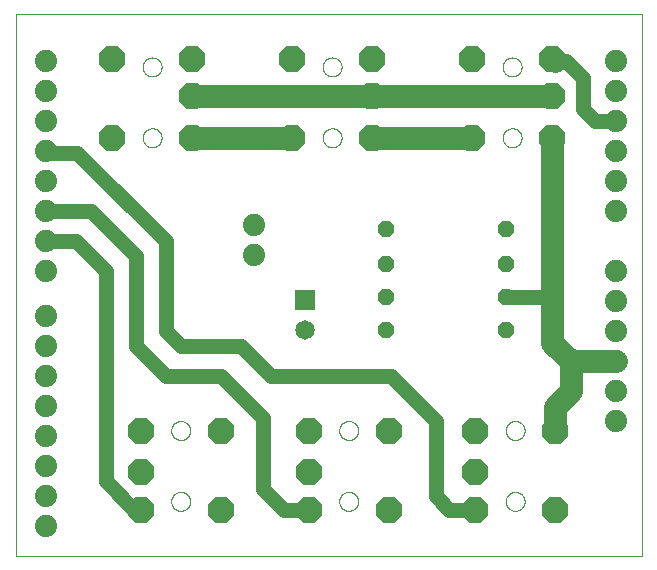
<source format=gtl>
G75*
%MOIN*%
%OFA0B0*%
%FSLAX25Y25*%
%IPPOS*%
%LPD*%
%AMOC8*
5,1,8,0,0,1.08239X$1,22.5*
%
%ADD10C,0.00000*%
%ADD11OC8,0.08858*%
%ADD12C,0.07400*%
%ADD13OC8,0.05600*%
%ADD14R,0.06500X0.06500*%
%ADD15C,0.06500*%
%ADD16C,0.07600*%
%ADD17C,0.05000*%
D10*
X0005000Y0039433D02*
X0005000Y0220394D01*
X0213701Y0220394D01*
X0213701Y0039433D01*
X0005000Y0039433D01*
X0056850Y0057776D02*
X0056852Y0057888D01*
X0056858Y0057999D01*
X0056868Y0058111D01*
X0056882Y0058222D01*
X0056899Y0058332D01*
X0056921Y0058442D01*
X0056947Y0058551D01*
X0056976Y0058659D01*
X0057009Y0058765D01*
X0057046Y0058871D01*
X0057087Y0058975D01*
X0057132Y0059078D01*
X0057180Y0059179D01*
X0057231Y0059278D01*
X0057286Y0059375D01*
X0057345Y0059470D01*
X0057406Y0059564D01*
X0057471Y0059655D01*
X0057540Y0059743D01*
X0057611Y0059829D01*
X0057685Y0059913D01*
X0057763Y0059993D01*
X0057843Y0060071D01*
X0057926Y0060147D01*
X0058011Y0060219D01*
X0058099Y0060288D01*
X0058189Y0060354D01*
X0058282Y0060416D01*
X0058377Y0060476D01*
X0058474Y0060532D01*
X0058572Y0060584D01*
X0058673Y0060633D01*
X0058775Y0060678D01*
X0058879Y0060720D01*
X0058984Y0060758D01*
X0059091Y0060792D01*
X0059198Y0060822D01*
X0059307Y0060849D01*
X0059416Y0060871D01*
X0059527Y0060890D01*
X0059637Y0060905D01*
X0059749Y0060916D01*
X0059860Y0060923D01*
X0059972Y0060926D01*
X0060084Y0060925D01*
X0060196Y0060920D01*
X0060307Y0060911D01*
X0060418Y0060898D01*
X0060529Y0060881D01*
X0060639Y0060861D01*
X0060748Y0060836D01*
X0060856Y0060808D01*
X0060963Y0060775D01*
X0061069Y0060739D01*
X0061173Y0060699D01*
X0061276Y0060656D01*
X0061378Y0060609D01*
X0061477Y0060558D01*
X0061575Y0060504D01*
X0061671Y0060446D01*
X0061765Y0060385D01*
X0061856Y0060321D01*
X0061945Y0060254D01*
X0062032Y0060183D01*
X0062116Y0060109D01*
X0062198Y0060033D01*
X0062276Y0059953D01*
X0062352Y0059871D01*
X0062425Y0059786D01*
X0062495Y0059699D01*
X0062561Y0059609D01*
X0062625Y0059517D01*
X0062685Y0059423D01*
X0062742Y0059327D01*
X0062795Y0059228D01*
X0062845Y0059128D01*
X0062891Y0059027D01*
X0062934Y0058923D01*
X0062973Y0058818D01*
X0063008Y0058712D01*
X0063039Y0058605D01*
X0063067Y0058496D01*
X0063090Y0058387D01*
X0063110Y0058277D01*
X0063126Y0058166D01*
X0063138Y0058055D01*
X0063146Y0057944D01*
X0063150Y0057832D01*
X0063150Y0057720D01*
X0063146Y0057608D01*
X0063138Y0057497D01*
X0063126Y0057386D01*
X0063110Y0057275D01*
X0063090Y0057165D01*
X0063067Y0057056D01*
X0063039Y0056947D01*
X0063008Y0056840D01*
X0062973Y0056734D01*
X0062934Y0056629D01*
X0062891Y0056525D01*
X0062845Y0056424D01*
X0062795Y0056324D01*
X0062742Y0056225D01*
X0062685Y0056129D01*
X0062625Y0056035D01*
X0062561Y0055943D01*
X0062495Y0055853D01*
X0062425Y0055766D01*
X0062352Y0055681D01*
X0062276Y0055599D01*
X0062198Y0055519D01*
X0062116Y0055443D01*
X0062032Y0055369D01*
X0061945Y0055298D01*
X0061856Y0055231D01*
X0061765Y0055167D01*
X0061671Y0055106D01*
X0061575Y0055048D01*
X0061477Y0054994D01*
X0061378Y0054943D01*
X0061276Y0054896D01*
X0061173Y0054853D01*
X0061069Y0054813D01*
X0060963Y0054777D01*
X0060856Y0054744D01*
X0060748Y0054716D01*
X0060639Y0054691D01*
X0060529Y0054671D01*
X0060418Y0054654D01*
X0060307Y0054641D01*
X0060196Y0054632D01*
X0060084Y0054627D01*
X0059972Y0054626D01*
X0059860Y0054629D01*
X0059749Y0054636D01*
X0059637Y0054647D01*
X0059527Y0054662D01*
X0059416Y0054681D01*
X0059307Y0054703D01*
X0059198Y0054730D01*
X0059091Y0054760D01*
X0058984Y0054794D01*
X0058879Y0054832D01*
X0058775Y0054874D01*
X0058673Y0054919D01*
X0058572Y0054968D01*
X0058474Y0055020D01*
X0058377Y0055076D01*
X0058282Y0055136D01*
X0058189Y0055198D01*
X0058099Y0055264D01*
X0058011Y0055333D01*
X0057926Y0055405D01*
X0057843Y0055481D01*
X0057763Y0055559D01*
X0057685Y0055639D01*
X0057611Y0055723D01*
X0057540Y0055809D01*
X0057471Y0055897D01*
X0057406Y0055988D01*
X0057345Y0056082D01*
X0057286Y0056177D01*
X0057231Y0056274D01*
X0057180Y0056373D01*
X0057132Y0056474D01*
X0057087Y0056577D01*
X0057046Y0056681D01*
X0057009Y0056787D01*
X0056976Y0056893D01*
X0056947Y0057001D01*
X0056921Y0057110D01*
X0056899Y0057220D01*
X0056882Y0057330D01*
X0056868Y0057441D01*
X0056858Y0057553D01*
X0056852Y0057664D01*
X0056850Y0057776D01*
X0056850Y0081398D02*
X0056852Y0081510D01*
X0056858Y0081621D01*
X0056868Y0081733D01*
X0056882Y0081844D01*
X0056899Y0081954D01*
X0056921Y0082064D01*
X0056947Y0082173D01*
X0056976Y0082281D01*
X0057009Y0082387D01*
X0057046Y0082493D01*
X0057087Y0082597D01*
X0057132Y0082700D01*
X0057180Y0082801D01*
X0057231Y0082900D01*
X0057286Y0082997D01*
X0057345Y0083092D01*
X0057406Y0083186D01*
X0057471Y0083277D01*
X0057540Y0083365D01*
X0057611Y0083451D01*
X0057685Y0083535D01*
X0057763Y0083615D01*
X0057843Y0083693D01*
X0057926Y0083769D01*
X0058011Y0083841D01*
X0058099Y0083910D01*
X0058189Y0083976D01*
X0058282Y0084038D01*
X0058377Y0084098D01*
X0058474Y0084154D01*
X0058572Y0084206D01*
X0058673Y0084255D01*
X0058775Y0084300D01*
X0058879Y0084342D01*
X0058984Y0084380D01*
X0059091Y0084414D01*
X0059198Y0084444D01*
X0059307Y0084471D01*
X0059416Y0084493D01*
X0059527Y0084512D01*
X0059637Y0084527D01*
X0059749Y0084538D01*
X0059860Y0084545D01*
X0059972Y0084548D01*
X0060084Y0084547D01*
X0060196Y0084542D01*
X0060307Y0084533D01*
X0060418Y0084520D01*
X0060529Y0084503D01*
X0060639Y0084483D01*
X0060748Y0084458D01*
X0060856Y0084430D01*
X0060963Y0084397D01*
X0061069Y0084361D01*
X0061173Y0084321D01*
X0061276Y0084278D01*
X0061378Y0084231D01*
X0061477Y0084180D01*
X0061575Y0084126D01*
X0061671Y0084068D01*
X0061765Y0084007D01*
X0061856Y0083943D01*
X0061945Y0083876D01*
X0062032Y0083805D01*
X0062116Y0083731D01*
X0062198Y0083655D01*
X0062276Y0083575D01*
X0062352Y0083493D01*
X0062425Y0083408D01*
X0062495Y0083321D01*
X0062561Y0083231D01*
X0062625Y0083139D01*
X0062685Y0083045D01*
X0062742Y0082949D01*
X0062795Y0082850D01*
X0062845Y0082750D01*
X0062891Y0082649D01*
X0062934Y0082545D01*
X0062973Y0082440D01*
X0063008Y0082334D01*
X0063039Y0082227D01*
X0063067Y0082118D01*
X0063090Y0082009D01*
X0063110Y0081899D01*
X0063126Y0081788D01*
X0063138Y0081677D01*
X0063146Y0081566D01*
X0063150Y0081454D01*
X0063150Y0081342D01*
X0063146Y0081230D01*
X0063138Y0081119D01*
X0063126Y0081008D01*
X0063110Y0080897D01*
X0063090Y0080787D01*
X0063067Y0080678D01*
X0063039Y0080569D01*
X0063008Y0080462D01*
X0062973Y0080356D01*
X0062934Y0080251D01*
X0062891Y0080147D01*
X0062845Y0080046D01*
X0062795Y0079946D01*
X0062742Y0079847D01*
X0062685Y0079751D01*
X0062625Y0079657D01*
X0062561Y0079565D01*
X0062495Y0079475D01*
X0062425Y0079388D01*
X0062352Y0079303D01*
X0062276Y0079221D01*
X0062198Y0079141D01*
X0062116Y0079065D01*
X0062032Y0078991D01*
X0061945Y0078920D01*
X0061856Y0078853D01*
X0061765Y0078789D01*
X0061671Y0078728D01*
X0061575Y0078670D01*
X0061477Y0078616D01*
X0061378Y0078565D01*
X0061276Y0078518D01*
X0061173Y0078475D01*
X0061069Y0078435D01*
X0060963Y0078399D01*
X0060856Y0078366D01*
X0060748Y0078338D01*
X0060639Y0078313D01*
X0060529Y0078293D01*
X0060418Y0078276D01*
X0060307Y0078263D01*
X0060196Y0078254D01*
X0060084Y0078249D01*
X0059972Y0078248D01*
X0059860Y0078251D01*
X0059749Y0078258D01*
X0059637Y0078269D01*
X0059527Y0078284D01*
X0059416Y0078303D01*
X0059307Y0078325D01*
X0059198Y0078352D01*
X0059091Y0078382D01*
X0058984Y0078416D01*
X0058879Y0078454D01*
X0058775Y0078496D01*
X0058673Y0078541D01*
X0058572Y0078590D01*
X0058474Y0078642D01*
X0058377Y0078698D01*
X0058282Y0078758D01*
X0058189Y0078820D01*
X0058099Y0078886D01*
X0058011Y0078955D01*
X0057926Y0079027D01*
X0057843Y0079103D01*
X0057763Y0079181D01*
X0057685Y0079261D01*
X0057611Y0079345D01*
X0057540Y0079431D01*
X0057471Y0079519D01*
X0057406Y0079610D01*
X0057345Y0079704D01*
X0057286Y0079799D01*
X0057231Y0079896D01*
X0057180Y0079995D01*
X0057132Y0080096D01*
X0057087Y0080199D01*
X0057046Y0080303D01*
X0057009Y0080409D01*
X0056976Y0080515D01*
X0056947Y0080623D01*
X0056921Y0080732D01*
X0056899Y0080842D01*
X0056882Y0080952D01*
X0056868Y0081063D01*
X0056858Y0081175D01*
X0056852Y0081286D01*
X0056850Y0081398D01*
X0112850Y0081398D02*
X0112852Y0081510D01*
X0112858Y0081621D01*
X0112868Y0081733D01*
X0112882Y0081844D01*
X0112899Y0081954D01*
X0112921Y0082064D01*
X0112947Y0082173D01*
X0112976Y0082281D01*
X0113009Y0082387D01*
X0113046Y0082493D01*
X0113087Y0082597D01*
X0113132Y0082700D01*
X0113180Y0082801D01*
X0113231Y0082900D01*
X0113286Y0082997D01*
X0113345Y0083092D01*
X0113406Y0083186D01*
X0113471Y0083277D01*
X0113540Y0083365D01*
X0113611Y0083451D01*
X0113685Y0083535D01*
X0113763Y0083615D01*
X0113843Y0083693D01*
X0113926Y0083769D01*
X0114011Y0083841D01*
X0114099Y0083910D01*
X0114189Y0083976D01*
X0114282Y0084038D01*
X0114377Y0084098D01*
X0114474Y0084154D01*
X0114572Y0084206D01*
X0114673Y0084255D01*
X0114775Y0084300D01*
X0114879Y0084342D01*
X0114984Y0084380D01*
X0115091Y0084414D01*
X0115198Y0084444D01*
X0115307Y0084471D01*
X0115416Y0084493D01*
X0115527Y0084512D01*
X0115637Y0084527D01*
X0115749Y0084538D01*
X0115860Y0084545D01*
X0115972Y0084548D01*
X0116084Y0084547D01*
X0116196Y0084542D01*
X0116307Y0084533D01*
X0116418Y0084520D01*
X0116529Y0084503D01*
X0116639Y0084483D01*
X0116748Y0084458D01*
X0116856Y0084430D01*
X0116963Y0084397D01*
X0117069Y0084361D01*
X0117173Y0084321D01*
X0117276Y0084278D01*
X0117378Y0084231D01*
X0117477Y0084180D01*
X0117575Y0084126D01*
X0117671Y0084068D01*
X0117765Y0084007D01*
X0117856Y0083943D01*
X0117945Y0083876D01*
X0118032Y0083805D01*
X0118116Y0083731D01*
X0118198Y0083655D01*
X0118276Y0083575D01*
X0118352Y0083493D01*
X0118425Y0083408D01*
X0118495Y0083321D01*
X0118561Y0083231D01*
X0118625Y0083139D01*
X0118685Y0083045D01*
X0118742Y0082949D01*
X0118795Y0082850D01*
X0118845Y0082750D01*
X0118891Y0082649D01*
X0118934Y0082545D01*
X0118973Y0082440D01*
X0119008Y0082334D01*
X0119039Y0082227D01*
X0119067Y0082118D01*
X0119090Y0082009D01*
X0119110Y0081899D01*
X0119126Y0081788D01*
X0119138Y0081677D01*
X0119146Y0081566D01*
X0119150Y0081454D01*
X0119150Y0081342D01*
X0119146Y0081230D01*
X0119138Y0081119D01*
X0119126Y0081008D01*
X0119110Y0080897D01*
X0119090Y0080787D01*
X0119067Y0080678D01*
X0119039Y0080569D01*
X0119008Y0080462D01*
X0118973Y0080356D01*
X0118934Y0080251D01*
X0118891Y0080147D01*
X0118845Y0080046D01*
X0118795Y0079946D01*
X0118742Y0079847D01*
X0118685Y0079751D01*
X0118625Y0079657D01*
X0118561Y0079565D01*
X0118495Y0079475D01*
X0118425Y0079388D01*
X0118352Y0079303D01*
X0118276Y0079221D01*
X0118198Y0079141D01*
X0118116Y0079065D01*
X0118032Y0078991D01*
X0117945Y0078920D01*
X0117856Y0078853D01*
X0117765Y0078789D01*
X0117671Y0078728D01*
X0117575Y0078670D01*
X0117477Y0078616D01*
X0117378Y0078565D01*
X0117276Y0078518D01*
X0117173Y0078475D01*
X0117069Y0078435D01*
X0116963Y0078399D01*
X0116856Y0078366D01*
X0116748Y0078338D01*
X0116639Y0078313D01*
X0116529Y0078293D01*
X0116418Y0078276D01*
X0116307Y0078263D01*
X0116196Y0078254D01*
X0116084Y0078249D01*
X0115972Y0078248D01*
X0115860Y0078251D01*
X0115749Y0078258D01*
X0115637Y0078269D01*
X0115527Y0078284D01*
X0115416Y0078303D01*
X0115307Y0078325D01*
X0115198Y0078352D01*
X0115091Y0078382D01*
X0114984Y0078416D01*
X0114879Y0078454D01*
X0114775Y0078496D01*
X0114673Y0078541D01*
X0114572Y0078590D01*
X0114474Y0078642D01*
X0114377Y0078698D01*
X0114282Y0078758D01*
X0114189Y0078820D01*
X0114099Y0078886D01*
X0114011Y0078955D01*
X0113926Y0079027D01*
X0113843Y0079103D01*
X0113763Y0079181D01*
X0113685Y0079261D01*
X0113611Y0079345D01*
X0113540Y0079431D01*
X0113471Y0079519D01*
X0113406Y0079610D01*
X0113345Y0079704D01*
X0113286Y0079799D01*
X0113231Y0079896D01*
X0113180Y0079995D01*
X0113132Y0080096D01*
X0113087Y0080199D01*
X0113046Y0080303D01*
X0113009Y0080409D01*
X0112976Y0080515D01*
X0112947Y0080623D01*
X0112921Y0080732D01*
X0112899Y0080842D01*
X0112882Y0080952D01*
X0112868Y0081063D01*
X0112858Y0081175D01*
X0112852Y0081286D01*
X0112850Y0081398D01*
X0112850Y0057776D02*
X0112852Y0057888D01*
X0112858Y0057999D01*
X0112868Y0058111D01*
X0112882Y0058222D01*
X0112899Y0058332D01*
X0112921Y0058442D01*
X0112947Y0058551D01*
X0112976Y0058659D01*
X0113009Y0058765D01*
X0113046Y0058871D01*
X0113087Y0058975D01*
X0113132Y0059078D01*
X0113180Y0059179D01*
X0113231Y0059278D01*
X0113286Y0059375D01*
X0113345Y0059470D01*
X0113406Y0059564D01*
X0113471Y0059655D01*
X0113540Y0059743D01*
X0113611Y0059829D01*
X0113685Y0059913D01*
X0113763Y0059993D01*
X0113843Y0060071D01*
X0113926Y0060147D01*
X0114011Y0060219D01*
X0114099Y0060288D01*
X0114189Y0060354D01*
X0114282Y0060416D01*
X0114377Y0060476D01*
X0114474Y0060532D01*
X0114572Y0060584D01*
X0114673Y0060633D01*
X0114775Y0060678D01*
X0114879Y0060720D01*
X0114984Y0060758D01*
X0115091Y0060792D01*
X0115198Y0060822D01*
X0115307Y0060849D01*
X0115416Y0060871D01*
X0115527Y0060890D01*
X0115637Y0060905D01*
X0115749Y0060916D01*
X0115860Y0060923D01*
X0115972Y0060926D01*
X0116084Y0060925D01*
X0116196Y0060920D01*
X0116307Y0060911D01*
X0116418Y0060898D01*
X0116529Y0060881D01*
X0116639Y0060861D01*
X0116748Y0060836D01*
X0116856Y0060808D01*
X0116963Y0060775D01*
X0117069Y0060739D01*
X0117173Y0060699D01*
X0117276Y0060656D01*
X0117378Y0060609D01*
X0117477Y0060558D01*
X0117575Y0060504D01*
X0117671Y0060446D01*
X0117765Y0060385D01*
X0117856Y0060321D01*
X0117945Y0060254D01*
X0118032Y0060183D01*
X0118116Y0060109D01*
X0118198Y0060033D01*
X0118276Y0059953D01*
X0118352Y0059871D01*
X0118425Y0059786D01*
X0118495Y0059699D01*
X0118561Y0059609D01*
X0118625Y0059517D01*
X0118685Y0059423D01*
X0118742Y0059327D01*
X0118795Y0059228D01*
X0118845Y0059128D01*
X0118891Y0059027D01*
X0118934Y0058923D01*
X0118973Y0058818D01*
X0119008Y0058712D01*
X0119039Y0058605D01*
X0119067Y0058496D01*
X0119090Y0058387D01*
X0119110Y0058277D01*
X0119126Y0058166D01*
X0119138Y0058055D01*
X0119146Y0057944D01*
X0119150Y0057832D01*
X0119150Y0057720D01*
X0119146Y0057608D01*
X0119138Y0057497D01*
X0119126Y0057386D01*
X0119110Y0057275D01*
X0119090Y0057165D01*
X0119067Y0057056D01*
X0119039Y0056947D01*
X0119008Y0056840D01*
X0118973Y0056734D01*
X0118934Y0056629D01*
X0118891Y0056525D01*
X0118845Y0056424D01*
X0118795Y0056324D01*
X0118742Y0056225D01*
X0118685Y0056129D01*
X0118625Y0056035D01*
X0118561Y0055943D01*
X0118495Y0055853D01*
X0118425Y0055766D01*
X0118352Y0055681D01*
X0118276Y0055599D01*
X0118198Y0055519D01*
X0118116Y0055443D01*
X0118032Y0055369D01*
X0117945Y0055298D01*
X0117856Y0055231D01*
X0117765Y0055167D01*
X0117671Y0055106D01*
X0117575Y0055048D01*
X0117477Y0054994D01*
X0117378Y0054943D01*
X0117276Y0054896D01*
X0117173Y0054853D01*
X0117069Y0054813D01*
X0116963Y0054777D01*
X0116856Y0054744D01*
X0116748Y0054716D01*
X0116639Y0054691D01*
X0116529Y0054671D01*
X0116418Y0054654D01*
X0116307Y0054641D01*
X0116196Y0054632D01*
X0116084Y0054627D01*
X0115972Y0054626D01*
X0115860Y0054629D01*
X0115749Y0054636D01*
X0115637Y0054647D01*
X0115527Y0054662D01*
X0115416Y0054681D01*
X0115307Y0054703D01*
X0115198Y0054730D01*
X0115091Y0054760D01*
X0114984Y0054794D01*
X0114879Y0054832D01*
X0114775Y0054874D01*
X0114673Y0054919D01*
X0114572Y0054968D01*
X0114474Y0055020D01*
X0114377Y0055076D01*
X0114282Y0055136D01*
X0114189Y0055198D01*
X0114099Y0055264D01*
X0114011Y0055333D01*
X0113926Y0055405D01*
X0113843Y0055481D01*
X0113763Y0055559D01*
X0113685Y0055639D01*
X0113611Y0055723D01*
X0113540Y0055809D01*
X0113471Y0055897D01*
X0113406Y0055988D01*
X0113345Y0056082D01*
X0113286Y0056177D01*
X0113231Y0056274D01*
X0113180Y0056373D01*
X0113132Y0056474D01*
X0113087Y0056577D01*
X0113046Y0056681D01*
X0113009Y0056787D01*
X0112976Y0056893D01*
X0112947Y0057001D01*
X0112921Y0057110D01*
X0112899Y0057220D01*
X0112882Y0057330D01*
X0112868Y0057441D01*
X0112858Y0057553D01*
X0112852Y0057664D01*
X0112850Y0057776D01*
X0168350Y0057776D02*
X0168352Y0057888D01*
X0168358Y0057999D01*
X0168368Y0058111D01*
X0168382Y0058222D01*
X0168399Y0058332D01*
X0168421Y0058442D01*
X0168447Y0058551D01*
X0168476Y0058659D01*
X0168509Y0058765D01*
X0168546Y0058871D01*
X0168587Y0058975D01*
X0168632Y0059078D01*
X0168680Y0059179D01*
X0168731Y0059278D01*
X0168786Y0059375D01*
X0168845Y0059470D01*
X0168906Y0059564D01*
X0168971Y0059655D01*
X0169040Y0059743D01*
X0169111Y0059829D01*
X0169185Y0059913D01*
X0169263Y0059993D01*
X0169343Y0060071D01*
X0169426Y0060147D01*
X0169511Y0060219D01*
X0169599Y0060288D01*
X0169689Y0060354D01*
X0169782Y0060416D01*
X0169877Y0060476D01*
X0169974Y0060532D01*
X0170072Y0060584D01*
X0170173Y0060633D01*
X0170275Y0060678D01*
X0170379Y0060720D01*
X0170484Y0060758D01*
X0170591Y0060792D01*
X0170698Y0060822D01*
X0170807Y0060849D01*
X0170916Y0060871D01*
X0171027Y0060890D01*
X0171137Y0060905D01*
X0171249Y0060916D01*
X0171360Y0060923D01*
X0171472Y0060926D01*
X0171584Y0060925D01*
X0171696Y0060920D01*
X0171807Y0060911D01*
X0171918Y0060898D01*
X0172029Y0060881D01*
X0172139Y0060861D01*
X0172248Y0060836D01*
X0172356Y0060808D01*
X0172463Y0060775D01*
X0172569Y0060739D01*
X0172673Y0060699D01*
X0172776Y0060656D01*
X0172878Y0060609D01*
X0172977Y0060558D01*
X0173075Y0060504D01*
X0173171Y0060446D01*
X0173265Y0060385D01*
X0173356Y0060321D01*
X0173445Y0060254D01*
X0173532Y0060183D01*
X0173616Y0060109D01*
X0173698Y0060033D01*
X0173776Y0059953D01*
X0173852Y0059871D01*
X0173925Y0059786D01*
X0173995Y0059699D01*
X0174061Y0059609D01*
X0174125Y0059517D01*
X0174185Y0059423D01*
X0174242Y0059327D01*
X0174295Y0059228D01*
X0174345Y0059128D01*
X0174391Y0059027D01*
X0174434Y0058923D01*
X0174473Y0058818D01*
X0174508Y0058712D01*
X0174539Y0058605D01*
X0174567Y0058496D01*
X0174590Y0058387D01*
X0174610Y0058277D01*
X0174626Y0058166D01*
X0174638Y0058055D01*
X0174646Y0057944D01*
X0174650Y0057832D01*
X0174650Y0057720D01*
X0174646Y0057608D01*
X0174638Y0057497D01*
X0174626Y0057386D01*
X0174610Y0057275D01*
X0174590Y0057165D01*
X0174567Y0057056D01*
X0174539Y0056947D01*
X0174508Y0056840D01*
X0174473Y0056734D01*
X0174434Y0056629D01*
X0174391Y0056525D01*
X0174345Y0056424D01*
X0174295Y0056324D01*
X0174242Y0056225D01*
X0174185Y0056129D01*
X0174125Y0056035D01*
X0174061Y0055943D01*
X0173995Y0055853D01*
X0173925Y0055766D01*
X0173852Y0055681D01*
X0173776Y0055599D01*
X0173698Y0055519D01*
X0173616Y0055443D01*
X0173532Y0055369D01*
X0173445Y0055298D01*
X0173356Y0055231D01*
X0173265Y0055167D01*
X0173171Y0055106D01*
X0173075Y0055048D01*
X0172977Y0054994D01*
X0172878Y0054943D01*
X0172776Y0054896D01*
X0172673Y0054853D01*
X0172569Y0054813D01*
X0172463Y0054777D01*
X0172356Y0054744D01*
X0172248Y0054716D01*
X0172139Y0054691D01*
X0172029Y0054671D01*
X0171918Y0054654D01*
X0171807Y0054641D01*
X0171696Y0054632D01*
X0171584Y0054627D01*
X0171472Y0054626D01*
X0171360Y0054629D01*
X0171249Y0054636D01*
X0171137Y0054647D01*
X0171027Y0054662D01*
X0170916Y0054681D01*
X0170807Y0054703D01*
X0170698Y0054730D01*
X0170591Y0054760D01*
X0170484Y0054794D01*
X0170379Y0054832D01*
X0170275Y0054874D01*
X0170173Y0054919D01*
X0170072Y0054968D01*
X0169974Y0055020D01*
X0169877Y0055076D01*
X0169782Y0055136D01*
X0169689Y0055198D01*
X0169599Y0055264D01*
X0169511Y0055333D01*
X0169426Y0055405D01*
X0169343Y0055481D01*
X0169263Y0055559D01*
X0169185Y0055639D01*
X0169111Y0055723D01*
X0169040Y0055809D01*
X0168971Y0055897D01*
X0168906Y0055988D01*
X0168845Y0056082D01*
X0168786Y0056177D01*
X0168731Y0056274D01*
X0168680Y0056373D01*
X0168632Y0056474D01*
X0168587Y0056577D01*
X0168546Y0056681D01*
X0168509Y0056787D01*
X0168476Y0056893D01*
X0168447Y0057001D01*
X0168421Y0057110D01*
X0168399Y0057220D01*
X0168382Y0057330D01*
X0168368Y0057441D01*
X0168358Y0057553D01*
X0168352Y0057664D01*
X0168350Y0057776D01*
X0168350Y0081398D02*
X0168352Y0081510D01*
X0168358Y0081621D01*
X0168368Y0081733D01*
X0168382Y0081844D01*
X0168399Y0081954D01*
X0168421Y0082064D01*
X0168447Y0082173D01*
X0168476Y0082281D01*
X0168509Y0082387D01*
X0168546Y0082493D01*
X0168587Y0082597D01*
X0168632Y0082700D01*
X0168680Y0082801D01*
X0168731Y0082900D01*
X0168786Y0082997D01*
X0168845Y0083092D01*
X0168906Y0083186D01*
X0168971Y0083277D01*
X0169040Y0083365D01*
X0169111Y0083451D01*
X0169185Y0083535D01*
X0169263Y0083615D01*
X0169343Y0083693D01*
X0169426Y0083769D01*
X0169511Y0083841D01*
X0169599Y0083910D01*
X0169689Y0083976D01*
X0169782Y0084038D01*
X0169877Y0084098D01*
X0169974Y0084154D01*
X0170072Y0084206D01*
X0170173Y0084255D01*
X0170275Y0084300D01*
X0170379Y0084342D01*
X0170484Y0084380D01*
X0170591Y0084414D01*
X0170698Y0084444D01*
X0170807Y0084471D01*
X0170916Y0084493D01*
X0171027Y0084512D01*
X0171137Y0084527D01*
X0171249Y0084538D01*
X0171360Y0084545D01*
X0171472Y0084548D01*
X0171584Y0084547D01*
X0171696Y0084542D01*
X0171807Y0084533D01*
X0171918Y0084520D01*
X0172029Y0084503D01*
X0172139Y0084483D01*
X0172248Y0084458D01*
X0172356Y0084430D01*
X0172463Y0084397D01*
X0172569Y0084361D01*
X0172673Y0084321D01*
X0172776Y0084278D01*
X0172878Y0084231D01*
X0172977Y0084180D01*
X0173075Y0084126D01*
X0173171Y0084068D01*
X0173265Y0084007D01*
X0173356Y0083943D01*
X0173445Y0083876D01*
X0173532Y0083805D01*
X0173616Y0083731D01*
X0173698Y0083655D01*
X0173776Y0083575D01*
X0173852Y0083493D01*
X0173925Y0083408D01*
X0173995Y0083321D01*
X0174061Y0083231D01*
X0174125Y0083139D01*
X0174185Y0083045D01*
X0174242Y0082949D01*
X0174295Y0082850D01*
X0174345Y0082750D01*
X0174391Y0082649D01*
X0174434Y0082545D01*
X0174473Y0082440D01*
X0174508Y0082334D01*
X0174539Y0082227D01*
X0174567Y0082118D01*
X0174590Y0082009D01*
X0174610Y0081899D01*
X0174626Y0081788D01*
X0174638Y0081677D01*
X0174646Y0081566D01*
X0174650Y0081454D01*
X0174650Y0081342D01*
X0174646Y0081230D01*
X0174638Y0081119D01*
X0174626Y0081008D01*
X0174610Y0080897D01*
X0174590Y0080787D01*
X0174567Y0080678D01*
X0174539Y0080569D01*
X0174508Y0080462D01*
X0174473Y0080356D01*
X0174434Y0080251D01*
X0174391Y0080147D01*
X0174345Y0080046D01*
X0174295Y0079946D01*
X0174242Y0079847D01*
X0174185Y0079751D01*
X0174125Y0079657D01*
X0174061Y0079565D01*
X0173995Y0079475D01*
X0173925Y0079388D01*
X0173852Y0079303D01*
X0173776Y0079221D01*
X0173698Y0079141D01*
X0173616Y0079065D01*
X0173532Y0078991D01*
X0173445Y0078920D01*
X0173356Y0078853D01*
X0173265Y0078789D01*
X0173171Y0078728D01*
X0173075Y0078670D01*
X0172977Y0078616D01*
X0172878Y0078565D01*
X0172776Y0078518D01*
X0172673Y0078475D01*
X0172569Y0078435D01*
X0172463Y0078399D01*
X0172356Y0078366D01*
X0172248Y0078338D01*
X0172139Y0078313D01*
X0172029Y0078293D01*
X0171918Y0078276D01*
X0171807Y0078263D01*
X0171696Y0078254D01*
X0171584Y0078249D01*
X0171472Y0078248D01*
X0171360Y0078251D01*
X0171249Y0078258D01*
X0171137Y0078269D01*
X0171027Y0078284D01*
X0170916Y0078303D01*
X0170807Y0078325D01*
X0170698Y0078352D01*
X0170591Y0078382D01*
X0170484Y0078416D01*
X0170379Y0078454D01*
X0170275Y0078496D01*
X0170173Y0078541D01*
X0170072Y0078590D01*
X0169974Y0078642D01*
X0169877Y0078698D01*
X0169782Y0078758D01*
X0169689Y0078820D01*
X0169599Y0078886D01*
X0169511Y0078955D01*
X0169426Y0079027D01*
X0169343Y0079103D01*
X0169263Y0079181D01*
X0169185Y0079261D01*
X0169111Y0079345D01*
X0169040Y0079431D01*
X0168971Y0079519D01*
X0168906Y0079610D01*
X0168845Y0079704D01*
X0168786Y0079799D01*
X0168731Y0079896D01*
X0168680Y0079995D01*
X0168632Y0080096D01*
X0168587Y0080199D01*
X0168546Y0080303D01*
X0168509Y0080409D01*
X0168476Y0080515D01*
X0168447Y0080623D01*
X0168421Y0080732D01*
X0168399Y0080842D01*
X0168382Y0080952D01*
X0168368Y0081063D01*
X0168358Y0081175D01*
X0168352Y0081286D01*
X0168350Y0081398D01*
X0167350Y0178969D02*
X0167352Y0179081D01*
X0167358Y0179192D01*
X0167368Y0179304D01*
X0167382Y0179415D01*
X0167399Y0179525D01*
X0167421Y0179635D01*
X0167447Y0179744D01*
X0167476Y0179852D01*
X0167509Y0179958D01*
X0167546Y0180064D01*
X0167587Y0180168D01*
X0167632Y0180271D01*
X0167680Y0180372D01*
X0167731Y0180471D01*
X0167786Y0180568D01*
X0167845Y0180663D01*
X0167906Y0180757D01*
X0167971Y0180848D01*
X0168040Y0180936D01*
X0168111Y0181022D01*
X0168185Y0181106D01*
X0168263Y0181186D01*
X0168343Y0181264D01*
X0168426Y0181340D01*
X0168511Y0181412D01*
X0168599Y0181481D01*
X0168689Y0181547D01*
X0168782Y0181609D01*
X0168877Y0181669D01*
X0168974Y0181725D01*
X0169072Y0181777D01*
X0169173Y0181826D01*
X0169275Y0181871D01*
X0169379Y0181913D01*
X0169484Y0181951D01*
X0169591Y0181985D01*
X0169698Y0182015D01*
X0169807Y0182042D01*
X0169916Y0182064D01*
X0170027Y0182083D01*
X0170137Y0182098D01*
X0170249Y0182109D01*
X0170360Y0182116D01*
X0170472Y0182119D01*
X0170584Y0182118D01*
X0170696Y0182113D01*
X0170807Y0182104D01*
X0170918Y0182091D01*
X0171029Y0182074D01*
X0171139Y0182054D01*
X0171248Y0182029D01*
X0171356Y0182001D01*
X0171463Y0181968D01*
X0171569Y0181932D01*
X0171673Y0181892D01*
X0171776Y0181849D01*
X0171878Y0181802D01*
X0171977Y0181751D01*
X0172075Y0181697D01*
X0172171Y0181639D01*
X0172265Y0181578D01*
X0172356Y0181514D01*
X0172445Y0181447D01*
X0172532Y0181376D01*
X0172616Y0181302D01*
X0172698Y0181226D01*
X0172776Y0181146D01*
X0172852Y0181064D01*
X0172925Y0180979D01*
X0172995Y0180892D01*
X0173061Y0180802D01*
X0173125Y0180710D01*
X0173185Y0180616D01*
X0173242Y0180520D01*
X0173295Y0180421D01*
X0173345Y0180321D01*
X0173391Y0180220D01*
X0173434Y0180116D01*
X0173473Y0180011D01*
X0173508Y0179905D01*
X0173539Y0179798D01*
X0173567Y0179689D01*
X0173590Y0179580D01*
X0173610Y0179470D01*
X0173626Y0179359D01*
X0173638Y0179248D01*
X0173646Y0179137D01*
X0173650Y0179025D01*
X0173650Y0178913D01*
X0173646Y0178801D01*
X0173638Y0178690D01*
X0173626Y0178579D01*
X0173610Y0178468D01*
X0173590Y0178358D01*
X0173567Y0178249D01*
X0173539Y0178140D01*
X0173508Y0178033D01*
X0173473Y0177927D01*
X0173434Y0177822D01*
X0173391Y0177718D01*
X0173345Y0177617D01*
X0173295Y0177517D01*
X0173242Y0177418D01*
X0173185Y0177322D01*
X0173125Y0177228D01*
X0173061Y0177136D01*
X0172995Y0177046D01*
X0172925Y0176959D01*
X0172852Y0176874D01*
X0172776Y0176792D01*
X0172698Y0176712D01*
X0172616Y0176636D01*
X0172532Y0176562D01*
X0172445Y0176491D01*
X0172356Y0176424D01*
X0172265Y0176360D01*
X0172171Y0176299D01*
X0172075Y0176241D01*
X0171977Y0176187D01*
X0171878Y0176136D01*
X0171776Y0176089D01*
X0171673Y0176046D01*
X0171569Y0176006D01*
X0171463Y0175970D01*
X0171356Y0175937D01*
X0171248Y0175909D01*
X0171139Y0175884D01*
X0171029Y0175864D01*
X0170918Y0175847D01*
X0170807Y0175834D01*
X0170696Y0175825D01*
X0170584Y0175820D01*
X0170472Y0175819D01*
X0170360Y0175822D01*
X0170249Y0175829D01*
X0170137Y0175840D01*
X0170027Y0175855D01*
X0169916Y0175874D01*
X0169807Y0175896D01*
X0169698Y0175923D01*
X0169591Y0175953D01*
X0169484Y0175987D01*
X0169379Y0176025D01*
X0169275Y0176067D01*
X0169173Y0176112D01*
X0169072Y0176161D01*
X0168974Y0176213D01*
X0168877Y0176269D01*
X0168782Y0176329D01*
X0168689Y0176391D01*
X0168599Y0176457D01*
X0168511Y0176526D01*
X0168426Y0176598D01*
X0168343Y0176674D01*
X0168263Y0176752D01*
X0168185Y0176832D01*
X0168111Y0176916D01*
X0168040Y0177002D01*
X0167971Y0177090D01*
X0167906Y0177181D01*
X0167845Y0177275D01*
X0167786Y0177370D01*
X0167731Y0177467D01*
X0167680Y0177566D01*
X0167632Y0177667D01*
X0167587Y0177770D01*
X0167546Y0177874D01*
X0167509Y0177980D01*
X0167476Y0178086D01*
X0167447Y0178194D01*
X0167421Y0178303D01*
X0167399Y0178413D01*
X0167382Y0178523D01*
X0167368Y0178634D01*
X0167358Y0178746D01*
X0167352Y0178857D01*
X0167350Y0178969D01*
X0167350Y0202591D02*
X0167352Y0202703D01*
X0167358Y0202814D01*
X0167368Y0202926D01*
X0167382Y0203037D01*
X0167399Y0203147D01*
X0167421Y0203257D01*
X0167447Y0203366D01*
X0167476Y0203474D01*
X0167509Y0203580D01*
X0167546Y0203686D01*
X0167587Y0203790D01*
X0167632Y0203893D01*
X0167680Y0203994D01*
X0167731Y0204093D01*
X0167786Y0204190D01*
X0167845Y0204285D01*
X0167906Y0204379D01*
X0167971Y0204470D01*
X0168040Y0204558D01*
X0168111Y0204644D01*
X0168185Y0204728D01*
X0168263Y0204808D01*
X0168343Y0204886D01*
X0168426Y0204962D01*
X0168511Y0205034D01*
X0168599Y0205103D01*
X0168689Y0205169D01*
X0168782Y0205231D01*
X0168877Y0205291D01*
X0168974Y0205347D01*
X0169072Y0205399D01*
X0169173Y0205448D01*
X0169275Y0205493D01*
X0169379Y0205535D01*
X0169484Y0205573D01*
X0169591Y0205607D01*
X0169698Y0205637D01*
X0169807Y0205664D01*
X0169916Y0205686D01*
X0170027Y0205705D01*
X0170137Y0205720D01*
X0170249Y0205731D01*
X0170360Y0205738D01*
X0170472Y0205741D01*
X0170584Y0205740D01*
X0170696Y0205735D01*
X0170807Y0205726D01*
X0170918Y0205713D01*
X0171029Y0205696D01*
X0171139Y0205676D01*
X0171248Y0205651D01*
X0171356Y0205623D01*
X0171463Y0205590D01*
X0171569Y0205554D01*
X0171673Y0205514D01*
X0171776Y0205471D01*
X0171878Y0205424D01*
X0171977Y0205373D01*
X0172075Y0205319D01*
X0172171Y0205261D01*
X0172265Y0205200D01*
X0172356Y0205136D01*
X0172445Y0205069D01*
X0172532Y0204998D01*
X0172616Y0204924D01*
X0172698Y0204848D01*
X0172776Y0204768D01*
X0172852Y0204686D01*
X0172925Y0204601D01*
X0172995Y0204514D01*
X0173061Y0204424D01*
X0173125Y0204332D01*
X0173185Y0204238D01*
X0173242Y0204142D01*
X0173295Y0204043D01*
X0173345Y0203943D01*
X0173391Y0203842D01*
X0173434Y0203738D01*
X0173473Y0203633D01*
X0173508Y0203527D01*
X0173539Y0203420D01*
X0173567Y0203311D01*
X0173590Y0203202D01*
X0173610Y0203092D01*
X0173626Y0202981D01*
X0173638Y0202870D01*
X0173646Y0202759D01*
X0173650Y0202647D01*
X0173650Y0202535D01*
X0173646Y0202423D01*
X0173638Y0202312D01*
X0173626Y0202201D01*
X0173610Y0202090D01*
X0173590Y0201980D01*
X0173567Y0201871D01*
X0173539Y0201762D01*
X0173508Y0201655D01*
X0173473Y0201549D01*
X0173434Y0201444D01*
X0173391Y0201340D01*
X0173345Y0201239D01*
X0173295Y0201139D01*
X0173242Y0201040D01*
X0173185Y0200944D01*
X0173125Y0200850D01*
X0173061Y0200758D01*
X0172995Y0200668D01*
X0172925Y0200581D01*
X0172852Y0200496D01*
X0172776Y0200414D01*
X0172698Y0200334D01*
X0172616Y0200258D01*
X0172532Y0200184D01*
X0172445Y0200113D01*
X0172356Y0200046D01*
X0172265Y0199982D01*
X0172171Y0199921D01*
X0172075Y0199863D01*
X0171977Y0199809D01*
X0171878Y0199758D01*
X0171776Y0199711D01*
X0171673Y0199668D01*
X0171569Y0199628D01*
X0171463Y0199592D01*
X0171356Y0199559D01*
X0171248Y0199531D01*
X0171139Y0199506D01*
X0171029Y0199486D01*
X0170918Y0199469D01*
X0170807Y0199456D01*
X0170696Y0199447D01*
X0170584Y0199442D01*
X0170472Y0199441D01*
X0170360Y0199444D01*
X0170249Y0199451D01*
X0170137Y0199462D01*
X0170027Y0199477D01*
X0169916Y0199496D01*
X0169807Y0199518D01*
X0169698Y0199545D01*
X0169591Y0199575D01*
X0169484Y0199609D01*
X0169379Y0199647D01*
X0169275Y0199689D01*
X0169173Y0199734D01*
X0169072Y0199783D01*
X0168974Y0199835D01*
X0168877Y0199891D01*
X0168782Y0199951D01*
X0168689Y0200013D01*
X0168599Y0200079D01*
X0168511Y0200148D01*
X0168426Y0200220D01*
X0168343Y0200296D01*
X0168263Y0200374D01*
X0168185Y0200454D01*
X0168111Y0200538D01*
X0168040Y0200624D01*
X0167971Y0200712D01*
X0167906Y0200803D01*
X0167845Y0200897D01*
X0167786Y0200992D01*
X0167731Y0201089D01*
X0167680Y0201188D01*
X0167632Y0201289D01*
X0167587Y0201392D01*
X0167546Y0201496D01*
X0167509Y0201602D01*
X0167476Y0201708D01*
X0167447Y0201816D01*
X0167421Y0201925D01*
X0167399Y0202035D01*
X0167382Y0202145D01*
X0167368Y0202256D01*
X0167358Y0202368D01*
X0167352Y0202479D01*
X0167350Y0202591D01*
X0107350Y0202591D02*
X0107352Y0202703D01*
X0107358Y0202814D01*
X0107368Y0202926D01*
X0107382Y0203037D01*
X0107399Y0203147D01*
X0107421Y0203257D01*
X0107447Y0203366D01*
X0107476Y0203474D01*
X0107509Y0203580D01*
X0107546Y0203686D01*
X0107587Y0203790D01*
X0107632Y0203893D01*
X0107680Y0203994D01*
X0107731Y0204093D01*
X0107786Y0204190D01*
X0107845Y0204285D01*
X0107906Y0204379D01*
X0107971Y0204470D01*
X0108040Y0204558D01*
X0108111Y0204644D01*
X0108185Y0204728D01*
X0108263Y0204808D01*
X0108343Y0204886D01*
X0108426Y0204962D01*
X0108511Y0205034D01*
X0108599Y0205103D01*
X0108689Y0205169D01*
X0108782Y0205231D01*
X0108877Y0205291D01*
X0108974Y0205347D01*
X0109072Y0205399D01*
X0109173Y0205448D01*
X0109275Y0205493D01*
X0109379Y0205535D01*
X0109484Y0205573D01*
X0109591Y0205607D01*
X0109698Y0205637D01*
X0109807Y0205664D01*
X0109916Y0205686D01*
X0110027Y0205705D01*
X0110137Y0205720D01*
X0110249Y0205731D01*
X0110360Y0205738D01*
X0110472Y0205741D01*
X0110584Y0205740D01*
X0110696Y0205735D01*
X0110807Y0205726D01*
X0110918Y0205713D01*
X0111029Y0205696D01*
X0111139Y0205676D01*
X0111248Y0205651D01*
X0111356Y0205623D01*
X0111463Y0205590D01*
X0111569Y0205554D01*
X0111673Y0205514D01*
X0111776Y0205471D01*
X0111878Y0205424D01*
X0111977Y0205373D01*
X0112075Y0205319D01*
X0112171Y0205261D01*
X0112265Y0205200D01*
X0112356Y0205136D01*
X0112445Y0205069D01*
X0112532Y0204998D01*
X0112616Y0204924D01*
X0112698Y0204848D01*
X0112776Y0204768D01*
X0112852Y0204686D01*
X0112925Y0204601D01*
X0112995Y0204514D01*
X0113061Y0204424D01*
X0113125Y0204332D01*
X0113185Y0204238D01*
X0113242Y0204142D01*
X0113295Y0204043D01*
X0113345Y0203943D01*
X0113391Y0203842D01*
X0113434Y0203738D01*
X0113473Y0203633D01*
X0113508Y0203527D01*
X0113539Y0203420D01*
X0113567Y0203311D01*
X0113590Y0203202D01*
X0113610Y0203092D01*
X0113626Y0202981D01*
X0113638Y0202870D01*
X0113646Y0202759D01*
X0113650Y0202647D01*
X0113650Y0202535D01*
X0113646Y0202423D01*
X0113638Y0202312D01*
X0113626Y0202201D01*
X0113610Y0202090D01*
X0113590Y0201980D01*
X0113567Y0201871D01*
X0113539Y0201762D01*
X0113508Y0201655D01*
X0113473Y0201549D01*
X0113434Y0201444D01*
X0113391Y0201340D01*
X0113345Y0201239D01*
X0113295Y0201139D01*
X0113242Y0201040D01*
X0113185Y0200944D01*
X0113125Y0200850D01*
X0113061Y0200758D01*
X0112995Y0200668D01*
X0112925Y0200581D01*
X0112852Y0200496D01*
X0112776Y0200414D01*
X0112698Y0200334D01*
X0112616Y0200258D01*
X0112532Y0200184D01*
X0112445Y0200113D01*
X0112356Y0200046D01*
X0112265Y0199982D01*
X0112171Y0199921D01*
X0112075Y0199863D01*
X0111977Y0199809D01*
X0111878Y0199758D01*
X0111776Y0199711D01*
X0111673Y0199668D01*
X0111569Y0199628D01*
X0111463Y0199592D01*
X0111356Y0199559D01*
X0111248Y0199531D01*
X0111139Y0199506D01*
X0111029Y0199486D01*
X0110918Y0199469D01*
X0110807Y0199456D01*
X0110696Y0199447D01*
X0110584Y0199442D01*
X0110472Y0199441D01*
X0110360Y0199444D01*
X0110249Y0199451D01*
X0110137Y0199462D01*
X0110027Y0199477D01*
X0109916Y0199496D01*
X0109807Y0199518D01*
X0109698Y0199545D01*
X0109591Y0199575D01*
X0109484Y0199609D01*
X0109379Y0199647D01*
X0109275Y0199689D01*
X0109173Y0199734D01*
X0109072Y0199783D01*
X0108974Y0199835D01*
X0108877Y0199891D01*
X0108782Y0199951D01*
X0108689Y0200013D01*
X0108599Y0200079D01*
X0108511Y0200148D01*
X0108426Y0200220D01*
X0108343Y0200296D01*
X0108263Y0200374D01*
X0108185Y0200454D01*
X0108111Y0200538D01*
X0108040Y0200624D01*
X0107971Y0200712D01*
X0107906Y0200803D01*
X0107845Y0200897D01*
X0107786Y0200992D01*
X0107731Y0201089D01*
X0107680Y0201188D01*
X0107632Y0201289D01*
X0107587Y0201392D01*
X0107546Y0201496D01*
X0107509Y0201602D01*
X0107476Y0201708D01*
X0107447Y0201816D01*
X0107421Y0201925D01*
X0107399Y0202035D01*
X0107382Y0202145D01*
X0107368Y0202256D01*
X0107358Y0202368D01*
X0107352Y0202479D01*
X0107350Y0202591D01*
X0107350Y0178969D02*
X0107352Y0179081D01*
X0107358Y0179192D01*
X0107368Y0179304D01*
X0107382Y0179415D01*
X0107399Y0179525D01*
X0107421Y0179635D01*
X0107447Y0179744D01*
X0107476Y0179852D01*
X0107509Y0179958D01*
X0107546Y0180064D01*
X0107587Y0180168D01*
X0107632Y0180271D01*
X0107680Y0180372D01*
X0107731Y0180471D01*
X0107786Y0180568D01*
X0107845Y0180663D01*
X0107906Y0180757D01*
X0107971Y0180848D01*
X0108040Y0180936D01*
X0108111Y0181022D01*
X0108185Y0181106D01*
X0108263Y0181186D01*
X0108343Y0181264D01*
X0108426Y0181340D01*
X0108511Y0181412D01*
X0108599Y0181481D01*
X0108689Y0181547D01*
X0108782Y0181609D01*
X0108877Y0181669D01*
X0108974Y0181725D01*
X0109072Y0181777D01*
X0109173Y0181826D01*
X0109275Y0181871D01*
X0109379Y0181913D01*
X0109484Y0181951D01*
X0109591Y0181985D01*
X0109698Y0182015D01*
X0109807Y0182042D01*
X0109916Y0182064D01*
X0110027Y0182083D01*
X0110137Y0182098D01*
X0110249Y0182109D01*
X0110360Y0182116D01*
X0110472Y0182119D01*
X0110584Y0182118D01*
X0110696Y0182113D01*
X0110807Y0182104D01*
X0110918Y0182091D01*
X0111029Y0182074D01*
X0111139Y0182054D01*
X0111248Y0182029D01*
X0111356Y0182001D01*
X0111463Y0181968D01*
X0111569Y0181932D01*
X0111673Y0181892D01*
X0111776Y0181849D01*
X0111878Y0181802D01*
X0111977Y0181751D01*
X0112075Y0181697D01*
X0112171Y0181639D01*
X0112265Y0181578D01*
X0112356Y0181514D01*
X0112445Y0181447D01*
X0112532Y0181376D01*
X0112616Y0181302D01*
X0112698Y0181226D01*
X0112776Y0181146D01*
X0112852Y0181064D01*
X0112925Y0180979D01*
X0112995Y0180892D01*
X0113061Y0180802D01*
X0113125Y0180710D01*
X0113185Y0180616D01*
X0113242Y0180520D01*
X0113295Y0180421D01*
X0113345Y0180321D01*
X0113391Y0180220D01*
X0113434Y0180116D01*
X0113473Y0180011D01*
X0113508Y0179905D01*
X0113539Y0179798D01*
X0113567Y0179689D01*
X0113590Y0179580D01*
X0113610Y0179470D01*
X0113626Y0179359D01*
X0113638Y0179248D01*
X0113646Y0179137D01*
X0113650Y0179025D01*
X0113650Y0178913D01*
X0113646Y0178801D01*
X0113638Y0178690D01*
X0113626Y0178579D01*
X0113610Y0178468D01*
X0113590Y0178358D01*
X0113567Y0178249D01*
X0113539Y0178140D01*
X0113508Y0178033D01*
X0113473Y0177927D01*
X0113434Y0177822D01*
X0113391Y0177718D01*
X0113345Y0177617D01*
X0113295Y0177517D01*
X0113242Y0177418D01*
X0113185Y0177322D01*
X0113125Y0177228D01*
X0113061Y0177136D01*
X0112995Y0177046D01*
X0112925Y0176959D01*
X0112852Y0176874D01*
X0112776Y0176792D01*
X0112698Y0176712D01*
X0112616Y0176636D01*
X0112532Y0176562D01*
X0112445Y0176491D01*
X0112356Y0176424D01*
X0112265Y0176360D01*
X0112171Y0176299D01*
X0112075Y0176241D01*
X0111977Y0176187D01*
X0111878Y0176136D01*
X0111776Y0176089D01*
X0111673Y0176046D01*
X0111569Y0176006D01*
X0111463Y0175970D01*
X0111356Y0175937D01*
X0111248Y0175909D01*
X0111139Y0175884D01*
X0111029Y0175864D01*
X0110918Y0175847D01*
X0110807Y0175834D01*
X0110696Y0175825D01*
X0110584Y0175820D01*
X0110472Y0175819D01*
X0110360Y0175822D01*
X0110249Y0175829D01*
X0110137Y0175840D01*
X0110027Y0175855D01*
X0109916Y0175874D01*
X0109807Y0175896D01*
X0109698Y0175923D01*
X0109591Y0175953D01*
X0109484Y0175987D01*
X0109379Y0176025D01*
X0109275Y0176067D01*
X0109173Y0176112D01*
X0109072Y0176161D01*
X0108974Y0176213D01*
X0108877Y0176269D01*
X0108782Y0176329D01*
X0108689Y0176391D01*
X0108599Y0176457D01*
X0108511Y0176526D01*
X0108426Y0176598D01*
X0108343Y0176674D01*
X0108263Y0176752D01*
X0108185Y0176832D01*
X0108111Y0176916D01*
X0108040Y0177002D01*
X0107971Y0177090D01*
X0107906Y0177181D01*
X0107845Y0177275D01*
X0107786Y0177370D01*
X0107731Y0177467D01*
X0107680Y0177566D01*
X0107632Y0177667D01*
X0107587Y0177770D01*
X0107546Y0177874D01*
X0107509Y0177980D01*
X0107476Y0178086D01*
X0107447Y0178194D01*
X0107421Y0178303D01*
X0107399Y0178413D01*
X0107382Y0178523D01*
X0107368Y0178634D01*
X0107358Y0178746D01*
X0107352Y0178857D01*
X0107350Y0178969D01*
X0047350Y0178969D02*
X0047352Y0179081D01*
X0047358Y0179192D01*
X0047368Y0179304D01*
X0047382Y0179415D01*
X0047399Y0179525D01*
X0047421Y0179635D01*
X0047447Y0179744D01*
X0047476Y0179852D01*
X0047509Y0179958D01*
X0047546Y0180064D01*
X0047587Y0180168D01*
X0047632Y0180271D01*
X0047680Y0180372D01*
X0047731Y0180471D01*
X0047786Y0180568D01*
X0047845Y0180663D01*
X0047906Y0180757D01*
X0047971Y0180848D01*
X0048040Y0180936D01*
X0048111Y0181022D01*
X0048185Y0181106D01*
X0048263Y0181186D01*
X0048343Y0181264D01*
X0048426Y0181340D01*
X0048511Y0181412D01*
X0048599Y0181481D01*
X0048689Y0181547D01*
X0048782Y0181609D01*
X0048877Y0181669D01*
X0048974Y0181725D01*
X0049072Y0181777D01*
X0049173Y0181826D01*
X0049275Y0181871D01*
X0049379Y0181913D01*
X0049484Y0181951D01*
X0049591Y0181985D01*
X0049698Y0182015D01*
X0049807Y0182042D01*
X0049916Y0182064D01*
X0050027Y0182083D01*
X0050137Y0182098D01*
X0050249Y0182109D01*
X0050360Y0182116D01*
X0050472Y0182119D01*
X0050584Y0182118D01*
X0050696Y0182113D01*
X0050807Y0182104D01*
X0050918Y0182091D01*
X0051029Y0182074D01*
X0051139Y0182054D01*
X0051248Y0182029D01*
X0051356Y0182001D01*
X0051463Y0181968D01*
X0051569Y0181932D01*
X0051673Y0181892D01*
X0051776Y0181849D01*
X0051878Y0181802D01*
X0051977Y0181751D01*
X0052075Y0181697D01*
X0052171Y0181639D01*
X0052265Y0181578D01*
X0052356Y0181514D01*
X0052445Y0181447D01*
X0052532Y0181376D01*
X0052616Y0181302D01*
X0052698Y0181226D01*
X0052776Y0181146D01*
X0052852Y0181064D01*
X0052925Y0180979D01*
X0052995Y0180892D01*
X0053061Y0180802D01*
X0053125Y0180710D01*
X0053185Y0180616D01*
X0053242Y0180520D01*
X0053295Y0180421D01*
X0053345Y0180321D01*
X0053391Y0180220D01*
X0053434Y0180116D01*
X0053473Y0180011D01*
X0053508Y0179905D01*
X0053539Y0179798D01*
X0053567Y0179689D01*
X0053590Y0179580D01*
X0053610Y0179470D01*
X0053626Y0179359D01*
X0053638Y0179248D01*
X0053646Y0179137D01*
X0053650Y0179025D01*
X0053650Y0178913D01*
X0053646Y0178801D01*
X0053638Y0178690D01*
X0053626Y0178579D01*
X0053610Y0178468D01*
X0053590Y0178358D01*
X0053567Y0178249D01*
X0053539Y0178140D01*
X0053508Y0178033D01*
X0053473Y0177927D01*
X0053434Y0177822D01*
X0053391Y0177718D01*
X0053345Y0177617D01*
X0053295Y0177517D01*
X0053242Y0177418D01*
X0053185Y0177322D01*
X0053125Y0177228D01*
X0053061Y0177136D01*
X0052995Y0177046D01*
X0052925Y0176959D01*
X0052852Y0176874D01*
X0052776Y0176792D01*
X0052698Y0176712D01*
X0052616Y0176636D01*
X0052532Y0176562D01*
X0052445Y0176491D01*
X0052356Y0176424D01*
X0052265Y0176360D01*
X0052171Y0176299D01*
X0052075Y0176241D01*
X0051977Y0176187D01*
X0051878Y0176136D01*
X0051776Y0176089D01*
X0051673Y0176046D01*
X0051569Y0176006D01*
X0051463Y0175970D01*
X0051356Y0175937D01*
X0051248Y0175909D01*
X0051139Y0175884D01*
X0051029Y0175864D01*
X0050918Y0175847D01*
X0050807Y0175834D01*
X0050696Y0175825D01*
X0050584Y0175820D01*
X0050472Y0175819D01*
X0050360Y0175822D01*
X0050249Y0175829D01*
X0050137Y0175840D01*
X0050027Y0175855D01*
X0049916Y0175874D01*
X0049807Y0175896D01*
X0049698Y0175923D01*
X0049591Y0175953D01*
X0049484Y0175987D01*
X0049379Y0176025D01*
X0049275Y0176067D01*
X0049173Y0176112D01*
X0049072Y0176161D01*
X0048974Y0176213D01*
X0048877Y0176269D01*
X0048782Y0176329D01*
X0048689Y0176391D01*
X0048599Y0176457D01*
X0048511Y0176526D01*
X0048426Y0176598D01*
X0048343Y0176674D01*
X0048263Y0176752D01*
X0048185Y0176832D01*
X0048111Y0176916D01*
X0048040Y0177002D01*
X0047971Y0177090D01*
X0047906Y0177181D01*
X0047845Y0177275D01*
X0047786Y0177370D01*
X0047731Y0177467D01*
X0047680Y0177566D01*
X0047632Y0177667D01*
X0047587Y0177770D01*
X0047546Y0177874D01*
X0047509Y0177980D01*
X0047476Y0178086D01*
X0047447Y0178194D01*
X0047421Y0178303D01*
X0047399Y0178413D01*
X0047382Y0178523D01*
X0047368Y0178634D01*
X0047358Y0178746D01*
X0047352Y0178857D01*
X0047350Y0178969D01*
X0047350Y0202591D02*
X0047352Y0202703D01*
X0047358Y0202814D01*
X0047368Y0202926D01*
X0047382Y0203037D01*
X0047399Y0203147D01*
X0047421Y0203257D01*
X0047447Y0203366D01*
X0047476Y0203474D01*
X0047509Y0203580D01*
X0047546Y0203686D01*
X0047587Y0203790D01*
X0047632Y0203893D01*
X0047680Y0203994D01*
X0047731Y0204093D01*
X0047786Y0204190D01*
X0047845Y0204285D01*
X0047906Y0204379D01*
X0047971Y0204470D01*
X0048040Y0204558D01*
X0048111Y0204644D01*
X0048185Y0204728D01*
X0048263Y0204808D01*
X0048343Y0204886D01*
X0048426Y0204962D01*
X0048511Y0205034D01*
X0048599Y0205103D01*
X0048689Y0205169D01*
X0048782Y0205231D01*
X0048877Y0205291D01*
X0048974Y0205347D01*
X0049072Y0205399D01*
X0049173Y0205448D01*
X0049275Y0205493D01*
X0049379Y0205535D01*
X0049484Y0205573D01*
X0049591Y0205607D01*
X0049698Y0205637D01*
X0049807Y0205664D01*
X0049916Y0205686D01*
X0050027Y0205705D01*
X0050137Y0205720D01*
X0050249Y0205731D01*
X0050360Y0205738D01*
X0050472Y0205741D01*
X0050584Y0205740D01*
X0050696Y0205735D01*
X0050807Y0205726D01*
X0050918Y0205713D01*
X0051029Y0205696D01*
X0051139Y0205676D01*
X0051248Y0205651D01*
X0051356Y0205623D01*
X0051463Y0205590D01*
X0051569Y0205554D01*
X0051673Y0205514D01*
X0051776Y0205471D01*
X0051878Y0205424D01*
X0051977Y0205373D01*
X0052075Y0205319D01*
X0052171Y0205261D01*
X0052265Y0205200D01*
X0052356Y0205136D01*
X0052445Y0205069D01*
X0052532Y0204998D01*
X0052616Y0204924D01*
X0052698Y0204848D01*
X0052776Y0204768D01*
X0052852Y0204686D01*
X0052925Y0204601D01*
X0052995Y0204514D01*
X0053061Y0204424D01*
X0053125Y0204332D01*
X0053185Y0204238D01*
X0053242Y0204142D01*
X0053295Y0204043D01*
X0053345Y0203943D01*
X0053391Y0203842D01*
X0053434Y0203738D01*
X0053473Y0203633D01*
X0053508Y0203527D01*
X0053539Y0203420D01*
X0053567Y0203311D01*
X0053590Y0203202D01*
X0053610Y0203092D01*
X0053626Y0202981D01*
X0053638Y0202870D01*
X0053646Y0202759D01*
X0053650Y0202647D01*
X0053650Y0202535D01*
X0053646Y0202423D01*
X0053638Y0202312D01*
X0053626Y0202201D01*
X0053610Y0202090D01*
X0053590Y0201980D01*
X0053567Y0201871D01*
X0053539Y0201762D01*
X0053508Y0201655D01*
X0053473Y0201549D01*
X0053434Y0201444D01*
X0053391Y0201340D01*
X0053345Y0201239D01*
X0053295Y0201139D01*
X0053242Y0201040D01*
X0053185Y0200944D01*
X0053125Y0200850D01*
X0053061Y0200758D01*
X0052995Y0200668D01*
X0052925Y0200581D01*
X0052852Y0200496D01*
X0052776Y0200414D01*
X0052698Y0200334D01*
X0052616Y0200258D01*
X0052532Y0200184D01*
X0052445Y0200113D01*
X0052356Y0200046D01*
X0052265Y0199982D01*
X0052171Y0199921D01*
X0052075Y0199863D01*
X0051977Y0199809D01*
X0051878Y0199758D01*
X0051776Y0199711D01*
X0051673Y0199668D01*
X0051569Y0199628D01*
X0051463Y0199592D01*
X0051356Y0199559D01*
X0051248Y0199531D01*
X0051139Y0199506D01*
X0051029Y0199486D01*
X0050918Y0199469D01*
X0050807Y0199456D01*
X0050696Y0199447D01*
X0050584Y0199442D01*
X0050472Y0199441D01*
X0050360Y0199444D01*
X0050249Y0199451D01*
X0050137Y0199462D01*
X0050027Y0199477D01*
X0049916Y0199496D01*
X0049807Y0199518D01*
X0049698Y0199545D01*
X0049591Y0199575D01*
X0049484Y0199609D01*
X0049379Y0199647D01*
X0049275Y0199689D01*
X0049173Y0199734D01*
X0049072Y0199783D01*
X0048974Y0199835D01*
X0048877Y0199891D01*
X0048782Y0199951D01*
X0048689Y0200013D01*
X0048599Y0200079D01*
X0048511Y0200148D01*
X0048426Y0200220D01*
X0048343Y0200296D01*
X0048263Y0200374D01*
X0048185Y0200454D01*
X0048111Y0200538D01*
X0048040Y0200624D01*
X0047971Y0200712D01*
X0047906Y0200803D01*
X0047845Y0200897D01*
X0047786Y0200992D01*
X0047731Y0201089D01*
X0047680Y0201188D01*
X0047632Y0201289D01*
X0047587Y0201392D01*
X0047546Y0201496D01*
X0047509Y0201602D01*
X0047476Y0201708D01*
X0047447Y0201816D01*
X0047421Y0201925D01*
X0047399Y0202035D01*
X0047382Y0202145D01*
X0047368Y0202256D01*
X0047358Y0202368D01*
X0047352Y0202479D01*
X0047350Y0202591D01*
D11*
X0037114Y0205346D03*
X0037114Y0178969D03*
X0063886Y0178969D03*
X0063886Y0192748D03*
X0063886Y0205346D03*
X0097114Y0205346D03*
X0097114Y0178969D03*
X0123886Y0178969D03*
X0123886Y0192748D03*
X0123886Y0205346D03*
X0157114Y0205346D03*
X0157114Y0178969D03*
X0183886Y0178969D03*
X0183886Y0192748D03*
X0183886Y0205346D03*
X0184886Y0081398D03*
X0184886Y0055020D03*
X0158114Y0055020D03*
X0158114Y0067618D03*
X0158114Y0081398D03*
X0129386Y0081398D03*
X0129386Y0055020D03*
X0102614Y0055020D03*
X0102614Y0067618D03*
X0102614Y0081398D03*
X0073386Y0081398D03*
X0073386Y0055020D03*
X0046614Y0055020D03*
X0046614Y0067618D03*
X0046614Y0081398D03*
D12*
X0015000Y0079433D03*
X0015000Y0069433D03*
X0015000Y0059433D03*
X0015000Y0049433D03*
X0015000Y0089433D03*
X0015000Y0099433D03*
X0015000Y0109433D03*
X0015000Y0119433D03*
X0015000Y0134433D03*
X0015000Y0144433D03*
X0015000Y0154433D03*
X0015000Y0164433D03*
X0015000Y0174433D03*
X0015000Y0184433D03*
X0015000Y0194433D03*
X0015000Y0204433D03*
X0084500Y0149933D03*
X0084500Y0139933D03*
X0205000Y0134433D03*
X0205000Y0124433D03*
X0205000Y0114433D03*
X0205000Y0104433D03*
X0205000Y0094433D03*
X0205000Y0084433D03*
X0205000Y0154433D03*
X0205000Y0164433D03*
X0205000Y0174433D03*
X0205000Y0184433D03*
X0205000Y0194433D03*
X0205000Y0204433D03*
D13*
X0168500Y0148433D03*
X0168500Y0136933D03*
X0168500Y0125933D03*
X0168500Y0114933D03*
X0128500Y0114933D03*
X0128500Y0125933D03*
X0128500Y0136933D03*
X0128500Y0148433D03*
D14*
X0101500Y0124933D03*
D15*
X0101500Y0114933D03*
D16*
X0097114Y0178969D02*
X0063886Y0178969D01*
X0063886Y0192748D02*
X0123886Y0192748D01*
X0183886Y0192748D01*
X0184799Y0204433D02*
X0183886Y0205346D01*
X0183886Y0178969D02*
X0183886Y0124433D01*
X0183886Y0110547D01*
X0190000Y0104433D01*
X0190000Y0094433D01*
X0184886Y0089319D01*
X0184886Y0081398D01*
X0190000Y0104433D02*
X0205000Y0104433D01*
X0157114Y0178969D02*
X0123886Y0178969D01*
D17*
X0168500Y0125933D02*
X0182386Y0125933D01*
X0183886Y0124433D01*
X0145000Y0084433D02*
X0130000Y0099433D01*
X0090000Y0099433D01*
X0080000Y0109433D01*
X0060000Y0109433D01*
X0055000Y0114433D01*
X0055000Y0144433D01*
X0025500Y0173933D01*
X0015500Y0173933D01*
X0015000Y0174433D01*
X0015000Y0154433D02*
X0030000Y0154433D01*
X0045000Y0139433D01*
X0045000Y0109433D01*
X0055000Y0099433D01*
X0073500Y0099433D01*
X0087500Y0085433D01*
X0087500Y0061933D01*
X0094413Y0055020D01*
X0102614Y0055020D01*
X0145000Y0059433D02*
X0145000Y0084433D01*
X0145000Y0059433D02*
X0149413Y0055020D01*
X0158114Y0055020D01*
X0046614Y0055020D02*
X0044413Y0055020D01*
X0035000Y0064433D01*
X0035000Y0134433D01*
X0025000Y0144433D01*
X0015000Y0144433D01*
X0184799Y0204433D02*
X0188500Y0204433D01*
X0194000Y0198933D01*
X0194000Y0188433D01*
X0198000Y0184433D01*
X0205000Y0184433D01*
M02*

</source>
